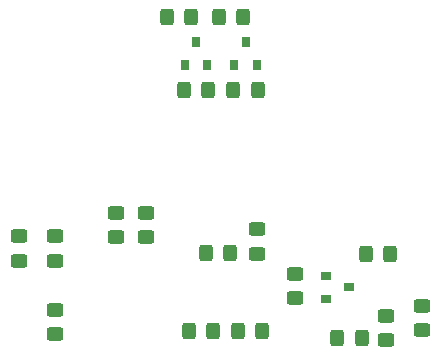
<source format=gbr>
%TF.GenerationSoftware,KiCad,Pcbnew,5.99.0-unknown-04793924d~104~ubuntu20.04.1*%
%TF.CreationDate,2020-11-08T20:52:42+01:00*%
%TF.ProjectId,co2mon,636f326d-6f6e-42e6-9b69-6361645f7063,rev?*%
%TF.SameCoordinates,Original*%
%TF.FileFunction,Paste,Bot*%
%TF.FilePolarity,Positive*%
%FSLAX46Y46*%
G04 Gerber Fmt 4.6, Leading zero omitted, Abs format (unit mm)*
G04 Created by KiCad (PCBNEW 5.99.0-unknown-04793924d~104~ubuntu20.04.1) date 2020-11-08 20:52:42*
%MOMM*%
%LPD*%
G01*
G04 APERTURE LIST*
G04 Aperture macros list*
%AMRoundRect*
0 Rectangle with rounded corners*
0 $1 Rounding radius*
0 $2 $3 $4 $5 $6 $7 $8 $9 X,Y pos of 4 corners*
0 Add a 4 corners polygon primitive as box body*
4,1,4,$2,$3,$4,$5,$6,$7,$8,$9,$2,$3,0*
0 Add four circle primitives for the rounded corners*
1,1,$1+$1,$2,$3,0*
1,1,$1+$1,$4,$5,0*
1,1,$1+$1,$6,$7,0*
1,1,$1+$1,$8,$9,0*
0 Add four rect primitives between the rounded corners*
20,1,$1+$1,$2,$3,$4,$5,0*
20,1,$1+$1,$4,$5,$6,$7,0*
20,1,$1+$1,$6,$7,$8,$9,0*
20,1,$1+$1,$8,$9,$2,$3,0*%
G04 Aperture macros list end*
%ADD10R,0.900000X0.800000*%
%ADD11RoundRect,0.250000X-0.450000X0.325000X-0.450000X-0.325000X0.450000X-0.325000X0.450000X0.325000X0*%
%ADD12RoundRect,0.250000X0.325000X0.450000X-0.325000X0.450000X-0.325000X-0.450000X0.325000X-0.450000X0*%
%ADD13RoundRect,0.250000X-0.325000X-0.450000X0.325000X-0.450000X0.325000X0.450000X-0.325000X0.450000X0*%
%ADD14R,0.800000X0.900000*%
%ADD15RoundRect,0.250000X0.450000X-0.325000X0.450000X0.325000X-0.450000X0.325000X-0.450000X-0.325000X0*%
G04 APERTURE END LIST*
D10*
%TO.C,Q3*%
X131900000Y-129050000D03*
X131900000Y-127150000D03*
X133900000Y-128100000D03*
%TD*%
D11*
%TO.C,R10*%
X109000000Y-123775000D03*
X109000000Y-125825000D03*
%TD*%
%TO.C,R18*%
X126100000Y-123175000D03*
X126100000Y-125225000D03*
%TD*%
D12*
%TO.C,R16*%
X134925000Y-132400000D03*
X132875000Y-132400000D03*
%TD*%
D13*
%TO.C,R7*%
X122875000Y-105200000D03*
X124925000Y-105200000D03*
%TD*%
D11*
%TO.C,R8*%
X140000000Y-129675000D03*
X140000000Y-131725000D03*
%TD*%
D13*
%TO.C,R6*%
X118475000Y-105200000D03*
X120525000Y-105200000D03*
%TD*%
D14*
%TO.C,Q2*%
X126050000Y-109300000D03*
X124150000Y-109300000D03*
X125100000Y-107300000D03*
%TD*%
D11*
%TO.C,R14*%
X116700000Y-121775000D03*
X116700000Y-123825000D03*
%TD*%
D15*
%TO.C,R5*%
X137000000Y-132525000D03*
X137000000Y-130475000D03*
%TD*%
D14*
%TO.C,Q1*%
X121850000Y-109300000D03*
X119950000Y-109300000D03*
X120900000Y-107300000D03*
%TD*%
D11*
%TO.C,R15*%
X114100000Y-121775000D03*
X114100000Y-123825000D03*
%TD*%
%TO.C,R9*%
X105900000Y-123775000D03*
X105900000Y-125825000D03*
%TD*%
D12*
%TO.C,R3*%
X126125000Y-111400000D03*
X124075000Y-111400000D03*
%TD*%
%TO.C,R2*%
X121925000Y-111400000D03*
X119875000Y-111400000D03*
%TD*%
D15*
%TO.C,R4*%
X129300000Y-129025000D03*
X129300000Y-126975000D03*
%TD*%
D12*
%TO.C,R13*%
X123825000Y-125200000D03*
X121775000Y-125200000D03*
%TD*%
%TO.C,R12*%
X122325000Y-131800000D03*
X120275000Y-131800000D03*
%TD*%
D11*
%TO.C,R11*%
X109000000Y-130025000D03*
X109000000Y-132075000D03*
%TD*%
D12*
%TO.C,R1*%
X137325000Y-125300000D03*
X135275000Y-125300000D03*
%TD*%
%TO.C,R17*%
X126525000Y-131800000D03*
X124475000Y-131800000D03*
%TD*%
M02*

</source>
